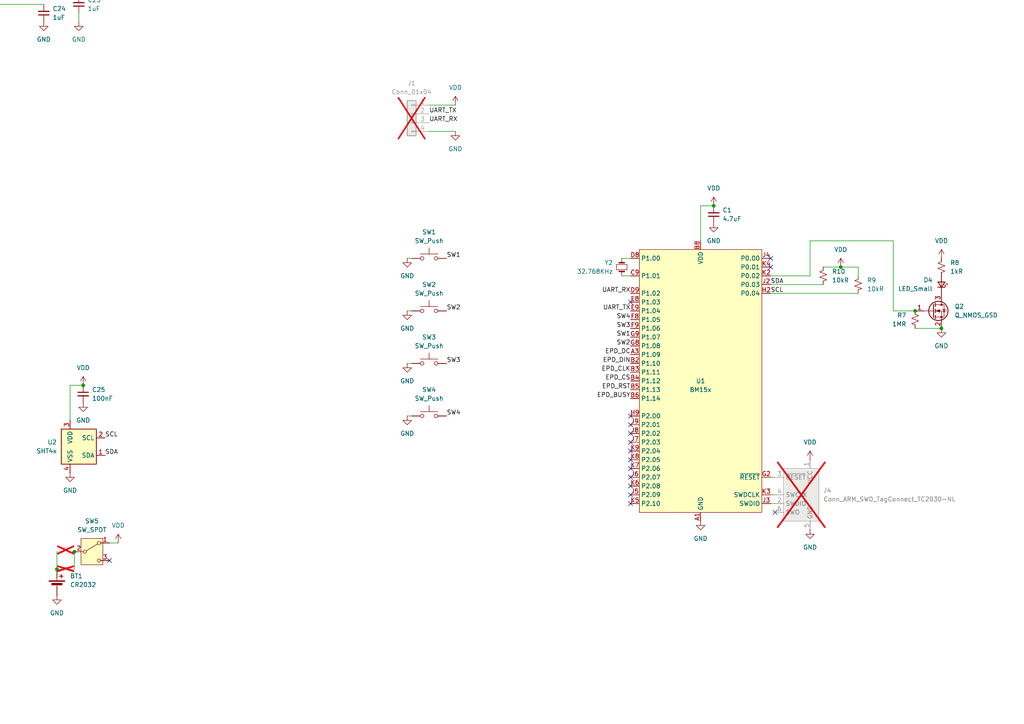
<source format=kicad_sch>
(kicad_sch (version 20241004) (generator "eeschema") (generator_version "8.99")
  (paper "A4")
  (lib_symbols
    (symbol "Connector:Conn_ARM_SWD_TagConnect_TC2030-NL" (in_bom no)
      (property "Reference" "J" (at 2.54 11.43 0))
      (property "Value" "Conn_ARM_SWD_TagConnect_TC2030-NL" (at 2.54 8.89 0))
      (symbol "Conn_ARM_SWD_TagConnect_TC2030-NL_0_0"
        (pin power_in line (at -2.54 10.16 270) (length 2.54) (name "VCC") (number "1"))
        (pin power_in line (at -2.54 -10.16 90) (length 2.54) (name "GND") (number "5"))
        (pin open_collector line (at 7.62 5.08 180) (length 2.54) (name "~{RESET}") (number "3"))
        (pin output line (at 7.62 0 180) (length 2.54) (name "SWCLK") (number "4"))
        (pin bidirectional line (at 7.62 -2.54 180) (length 2.54) (name "SWDIO") (number "2"))
        (pin input line (at 7.62 -5.08 180) (length 2.54) (name "SWO") (number "6"))
      )
      (symbol "Conn_ARM_SWD_TagConnect_TC2030-NL_0_1"
        (rectangle (start -5.08 7.62) (end 5.08 -7.62) (fill (type background)))
      )
    )
    (symbol "Connector_Generic:Conn_01x04" (pin_names (offset 1.016) (hide yes))
      (property "Reference" "J" (at 0 5.08 0))
      (property "Value" "Conn_01x04" (at 0 -7.62 0))
      (symbol "Conn_01x04_1_1"
        (rectangle (start -1.27 3.81) (end 1.27 -6.35) (stroke (width 0.254)) (fill (type background)))
        (rectangle (start -1.27 2.667) (end 0 2.413) (stroke (width 0.1524)))
        (rectangle (start -1.27 0.127) (end 0 -0.127) (stroke (width 0.1524)))
        (rectangle (start -1.27 -2.413) (end 0 -2.667) (stroke (width 0.1524)))
        (rectangle (start -1.27 -4.953) (end 0 -5.207) (stroke (width 0.1524)))
        (pin passive line (at -5.08 2.54 0) (length 3.81) (name "Pin_1") (number "1"))
        (pin passive line (at -5.08 0 0) (length 3.81) (name "Pin_2") (number "2"))
        (pin passive line (at -5.08 -2.54 0) (length 3.81) (name "Pin_3") (number "3"))
        (pin passive line (at -5.08 -5.08 0) (length 3.81) (name "Pin_4") (number "4"))
      )
    )
    (symbol "Connector_Generic_MountingPin:Conn_01x24_MountingPin" (pin_names (offset 1.016) (hide yes))
      (property "Reference" "J" (at 0 30.48 0))
      (property "Value" "Conn_01x24_MountingPin" (at 1.27 -33.02 0))
      (symbol "Conn_01x24_MountingPin_1_1"
        (rectangle (start -1.27 29.21) (end 1.27 -31.75) (stroke (width 0.254)) (fill (type background)))
        (rectangle (start -1.27 28.067) (end 0 27.813) (stroke (width 0.1524)))
        (rectangle (start -1.27 25.527) (end 0 25.273) (stroke (width 0.1524)))
        (rectangle (start -1.27 22.987) (end 0 22.733) (stroke (width 0.1524)))
        (rectangle (start -1.27 20.447) (end 0 20.193) (stroke (width 0.1524)))
        (rectangle (start -1.27 17.907) (end 0 17.653) (stroke (width 0.1524)))
        (rectangle (start -1.27 15.367) (end 0 15.113) (stroke (width 0.1524)))
        (rectangle (start -1.27 12.827) (end 0 12.573) (stroke (width 0.1524)))
        (rectangle (start -1.27 10.287) (end 0 10.033) (stroke (width 0.1524)))
        (rectangle (start -1.27 7.747) (end 0 7.493) (stroke (width 0.1524)))
        (rectangle (start -1.27 5.207) (end 0 4.953) (stroke (width 0.1524)))
        (rectangle (start -1.27 2.667) (end 0 2.413) (stroke (width 0.1524)))
        (rectangle (start -1.27 0.127) (end 0 -0.127) (stroke (width 0.1524)))
        (rectangle (start -1.27 -2.413) (end 0 -2.667) (stroke (width 0.1524)))
        (rectangle (start -1.27 -4.953) (end 0 -5.207) (stroke (width 0.1524)))
        (rectangle (start -1.27 -7.493) (end 0 -7.747) (stroke (width 0.1524)))
        (rectangle (start -1.27 -10.033) (end 0 -10.287) (stroke (width 0.1524)))
        (rectangle (start -1.27 -12.573) (end 0 -12.827) (stroke (width 0.1524)))
        (rectangle (start -1.27 -15.113) (end 0 -15.367) (stroke (width 0.1524)))
        (rectangle (start -1.27 -17.653) (end 0 -17.907) (stroke (width 0.1524)))
        (rectangle (start -1.27 -20.193) (end 0 -20.447) (stroke (width 0.1524)))
        (rectangle (start -1.27 -22.733) (end 0 -22.987) (stroke (width 0.1524)))
        (rectangle (start -1.27 -25.273) (end 0 -25.527) (stroke (width 0.1524)))
        (rectangle (start -1.27 -27.813) (end 0 -28.067) (stroke (width 0.1524)))
        (rectangle (start -1.27 -30.353) (end 0 -30.607) (stroke (width 0.1524)))
        (polyline (pts (xy -1.016 -32.512) (xy 1.016 -32.512)) (stroke (width 0.1524)))
        (text "Mounting" (at 0 -32.131 0) (effects (font (size 0.381 0.381))))
        (pin passive line (at -5.08 27.94 0) (length 3.81) (name "Pin_1") (number "1"))
        (pin passive line (at -5.08 25.4 0) (length 3.81) (name "Pin_2") (number "2"))
        (pin passive line (at -5.08 22.86 0) (length 3.81) (name "Pin_3") (number "3"))
        (pin passive line (at -5.08 20.32 0) (length 3.81) (name "Pin_4") (number "4"))
        (pin passive line (at -5.08 17.78 0) (length 3.81) (name "Pin_5") (number "5"))
        (pin passive line (at -5.08 15.24 0) (length 3.81) (name "Pin_6") (number "6"))
        (pin passive line (at -5.08 12.7 0) (length 3.81) (name "Pin_7") (number "7"))
        (pin passive line (at -5.08 10.16 0) (length 3.81) (name "Pin_8") (number "8"))
        (pin passive line (at -5.08 7.62 0) (length 3.81) (name "Pin_9") (number "9"))
        (pin passive line (at -5.08 5.08 0) (length 3.81) (name "Pin_10") (number "10"))
        (pin passive line (at -5.08 2.54 0) (length 3.81) (name "Pin_11") (number "11"))
        (pin passive line (at -5.08 0 0) (length 3.81) (name "Pin_12") (number "12"))
        (pin passive line (at -5.08 -2.54 0) (length 3.81) (name "Pin_13") (number "13"))
        (pin passive line (at -5.08 -5.08 0) (length 3.81) (name "Pin_14") (number "14"))
        (pin passive line (at -5.08 -7.62 0) (length 3.81) (name "Pin_15") (number "15"))
        (pin passive line (at -5.08 -10.16 0) (length 3.81) (name "Pin_16") (number "16"))
        (pin passive line (at -5.08 -12.7 0) (length 3.81) (name "Pin_17") (number "17"))
        (pin passive line (at -5.08 -15.24 0) (length 3.81) (name "Pin_18") (number "18"))
        (pin passive line (at -5.08 -17.78 0) (length 3.81) (name "Pin_19") (number "19"))
        (pin passive line (at -5.08 -20.32 0) (length 3.81) (name "Pin_20") (number "20"))
        (pin passive line (at -5.08 -22.86 0) (length 3.81) (name "Pin_21") (number "21"))
        (pin passive line (at -5.08 -25.4 0) (length 3.81) (name "Pin_22") (number "22"))
        (pin passive line (at -5.08 -27.94 0) (length 3.81) (name "Pin_23") (number "23"))
        (pin passive line (at -5.08 -30.48 0) (length 3.81) (name "Pin_24") (number "24"))
        (pin passive line (at 0 -35.56 90) (length 3.048) (name "MountPin") (number "MP"))
      )
    )
    (symbol "Device:Battery_Cell" (pin_numbers (hide yes)) (pin_names (offset 0) (hide yes))
      (property "Reference" "BT" (at 2.54 2.54 0))
      (property "Value" "Battery_Cell" (at 2.54 0 0))
      (symbol "Battery_Cell_0_1"
        (rectangle (start -2.286 1.778) (end 2.286 1.524) (fill (type outline)))
        (rectangle (start -1.524 1.016) (end 1.524 0.508) (fill (type outline)))
        (polyline (pts (xy 0 1.778) (xy 0 2.54)))
        (polyline (pts (xy 0 0.762) (xy 0 0)))
        (polyline (pts (xy 0.762 3.048) (xy 1.778 3.048)) (stroke (width 0.254)))
        (polyline (pts (xy 1.27 3.556) (xy 1.27 2.54)) (stroke (width 0.254)))
      )
      (symbol "Battery_Cell_1_1"
        (pin passive line (at 0 5.08 270) (length 2.54) (name "+") (number "1"))
        (pin passive line (at 0 -2.54 90) (length 2.54) (name "-") (number "2"))
      )
    )
    (symbol "Device:C_Small" (pin_numbers (hide yes)) (pin_names (offset 0.254) (hide yes))
      (property "Reference" "C" (at 0.254 1.778 0))
      (property "Value" "C_Small" (at 0.254 -2.032 0))
      (symbol "C_Small_0_1"
        (polyline (pts (xy -1.524 0.508) (xy 1.524 0.508)) (stroke (width 0.3048)))
        (polyline (pts (xy -1.524 -0.508) (xy 1.524 -0.508)) (stroke (width 0.3302)))
      )
      (symbol "C_Small_1_1"
        (pin passive line (at 0 2.54 270) (length 2.032) (name "~") (number "1"))
        (pin passive line (at 0 -2.54 90) (length 2.032) (name "~") (number "2"))
      )
    )
    (symbol "Device:Crystal_Small" (pin_numbers (hide yes)) (pin_names (offset 1.016) (hide yes))
      (property "Reference" "Y" (at 0 2.54 0))
      (property "Value" "Crystal_Small" (at 0 -2.54 0))
      (symbol "Crystal_Small_0_1"
        (polyline (pts (xy -1.27 -0.762) (xy -1.27 0.762)) (stroke (width 0.381)))
        (rectangle (start -0.762 -1.524) (end 0.762 1.524))
        (polyline (pts (xy 1.27 -0.762) (xy 1.27 0.762)) (stroke (width 0.381)))
      )
      (symbol "Crystal_Small_1_1"
        (pin passive line (at -2.54 0 0) (length 1.27) (name "1") (number "1"))
        (pin passive line (at 2.54 0 180) (length 1.27) (name "2") (number "2"))
      )
    )
    (symbol "Device:D_Schottky_Small" (pin_numbers (hide yes)) (pin_names (offset 0.254) (hide yes))
      (property "Reference" "D" (at -1.27 2.032 0))
      (property "Value" "D_Schottky_Small" (at -7.112 -2.032 0))
      (symbol "D_Schottky_Small_0_1"
        (polyline (pts (xy -1.27 0.762) (xy -1.27 1.016) (xy -0.762 1.016) (xy -0.762 -1.016) (xy -0.254 -1.016) (xy -0.254 -0.762)) (stroke (width 0.254)))
        (polyline (pts (xy -0.762 0) (xy 0.762 0)))
        (polyline (pts (xy 0.762 -1.016) (xy -0.762 0) (xy 0.762 1.016) (xy 0.762 -1.016)) (stroke (width 0.254)))
      )
      (symbol "D_Schottky_Small_1_1"
        (pin passive line (at -2.54 0 0) (length 1.778) (name "K") (number "1"))
        (pin passive line (at 2.54 0 180) (length 1.778) (name "A") (number "2"))
      )
    )
    (symbol "Device:LED_Small" (pin_numbers (hide yes)) (pin_names (offset 0.254) (hide yes))
      (property "Reference" "D" (at -1.27 3.175 0))
      (property "Value" "LED_Small" (at -4.445 -2.54 0))
      (symbol "LED_Small_0_1"
        (polyline (pts (xy -0.762 -1.016) (xy -0.762 1.016)) (stroke (width 0.254)))
        (polyline (pts (xy 0 0.762) (xy -0.508 1.27) (xy -0.254 1.27) (xy -0.508 1.27) (xy -0.508 1.016)))
        (polyline (pts (xy 0.508 1.27) (xy 0 1.778) (xy 0.254 1.778) (xy 0 1.778) (xy 0 1.524)))
        (polyline (pts (xy 0.762 -1.016) (xy -0.762 0) (xy 0.762 1.016) (xy 0.762 -1.016)) (stroke (width 0.254)))
        (polyline (pts (xy 1.016 0) (xy -0.762 0)))
      )
      (symbol "LED_Small_1_1"
        (pin passive line (at -2.54 0 0) (length 1.778) (name "K") (number "1"))
        (pin passive line (at 2.54 0 180) (length 1.778) (name "A") (number "2"))
      )
    )
    (symbol "Device:L_Small" (pin_numbers (hide yes)) (pin_names (offset 0.254) (hide yes))
      (property "Reference" "L" (at 0.762 1.016 0))
      (property "Value" "L_Small" (at 0.762 -1.016 0))
      (symbol "L_Small_0_1"
        (arc (start 0 2.032) (mid 0.5058 1.524) (end 0 1.016))
        (arc (start 0 1.016) (mid 0.5058 0.508) (end 0 0))
        (arc (start 0 0) (mid 0.5058 -0.508) (end 0 -1.016))
        (arc (start 0 -1.016) (mid 0.5058 -1.524) (end 0 -2.032))
      )
      (symbol "L_Small_1_1"
        (pin passive line (at 0 2.54 270) (length 0.508) (name "~") (number "1"))
        (pin passive line (at 0 -2.54 90) (length 0.508) (name "~") (number "2"))
      )
    )
    (symbol "Device:Q_NMOS_GSD" (pin_names (offset 0) (hide yes))
      (property "Reference" "Q" (at 5.08 1.27 0))
      (property "Value" "Q_NMOS_GSD" (at 5.08 -1.27 0))
      (symbol "Q_NMOS_GSD_0_1"
        (polyline (pts (xy 0.254 1.905) (xy 0.254 -1.905)) (stroke (width 0.254)))
        (polyline (pts (xy 0.254 0) (xy -2.54 0)))
        (polyline (pts (xy 0.762 2.286) (xy 0.762 1.27)) (stroke (width 0.254)))
        (polyline (pts (xy 0.762 0.508) (xy 0.762 -0.508)) (stroke (width 0.254)))
        (polyline (pts (xy 0.762 -1.27) (xy 0.762 -2.286)) (stroke (width 0.254)))
        (polyline (pts (xy 0.762 -1.778) (xy 3.302 -1.778) (xy 3.302 1.778) (xy 0.762 1.778)))
        (polyline (pts (xy 1.016 0) (xy 2.032 0.381) (xy 2.032 -0.381) (xy 1.016 0)) (fill (type outline)))
        (circle (center 1.651 0) (radius 2.794) (stroke (width 0.254)))
        (polyline (pts (xy 2.54 2.54) (xy 2.54 1.778)))
        (circle (center 2.54 1.778) (radius 0.254) (fill (type outline)))
        (circle (center 2.54 -1.778) (radius 0.254) (fill (type outline)))
        (polyline (pts (xy 2.54 -2.54) (xy 2.54 0) (xy 0.762 0)))
        (polyline (pts (xy 2.794 0.508) (xy 2.921 0.381) (xy 3.683 0.381) (xy 3.81 0.254)))
        (polyline (pts (xy 3.302 0.381) (xy 2.921 -0.254) (xy 3.683 -0.254) (xy 3.302 0.381)))
      )
      (symbol "Q_NMOS_GSD_1_1"
        (pin input line (at -5.08 0 0) (length 2.54) (name "G") (number "1"))
        (pin passive line (at 2.54 5.08 270) (length 2.54) (name "D") (number "3"))
        (pin passive line (at 2.54 -5.08 90) (length 2.54) (name "S") (number "2"))
      )
    )
    (symbol "Device:R_Small_US" (pin_numbers (hide yes)) (pin_names (offset 0.254) (hide yes))
      (property "Reference" "R" (at 0.762 0.508 0))
      (property "Value" "R_Small_US" (at 0.762 -1.016 0))
      (symbol "R_Small_US_1_1"
        (polyline (pts (xy 0 1.524) (xy 1.016 1.143) (xy 0 0.762) (xy -1.016 0.381) (xy 0 0)))
        (polyline (pts (xy 0 0) (xy 1.016 -0.381) (xy 0 -0.762) (xy -1.016 -1.143) (xy 0 -1.524)))
        (pin passive line (at 0 2.54 270) (length 1.016) (name "~") (number "1"))
        (pin passive line (at 0 -2.54 90) (length 1.016) (name "~") (number "2"))
      )
    )
    (symbol "GND_1" (power) (pin_numbers (hide yes)) (pin_names (offset 0) (hide yes))
      (property "Value" "GND" (at 0 -3.81 0))
      (symbol "GND_1_0_1"
        (polyline (pts (xy 0 0) (xy 0 -1.27) (xy 1.27 -1.27) (xy 0 -2.54) (xy -1.27 -1.27) (xy 0 -1.27)))
      )
      (symbol "GND_1_1_1"
        (pin power_in line (at 0 0 270) (length 0) (name "~") (number "1"))
      )
    )
    (symbol "Jumper:Jumper_2_Small_Bridged" (pin_numbers (hide yes)) (pin_names (offset 0) (hide yes)) (exclude_from_sim yes)
      (property "Reference" "JP" (at 0 2.032 0))
      (property "Value" "Jumper_2_Small_Bridged" (at 0 -2.286 0))
      (symbol "Jumper_2_Small_Bridged_0_0"
        (circle (center -1.016 0) (radius 0.254))
        (circle (center 1.016 0) (radius 0.254))
      )
      (symbol "Jumper_2_Small_Bridged_0_1"
        (arc (start -0.762 0.254) (mid 0 0.5696) (end 0.762 0.254))
      )
      (symbol "Jumper_2_Small_Bridged_1_1"
        (pin passive line (at -2.54 0 0) (length 1.27) (name "A") (number "1"))
        (pin passive line (at 2.54 0 180) (length 1.27) (name "B") (number "2"))
      )
    )
    (symbol "Jumper:Jumper_2_Small_Open" (pin_numbers (hide yes)) (pin_names (offset 0) (hide yes)) (exclude_from_sim yes)
      (property "Reference" "JP" (at 0 2.794 0))
      (property "Value" "Jumper_2_Small_Open" (at 0 -2.286 0))
      (symbol "Jumper_2_Small_Open_0_0"
        (circle (center -1.016 0) (radius 0.254))
        (circle (center 1.016 0) (radius 0.254))
      )
      (symbol "Jumper_2_Small_Open_0_1"
        (arc (start -0.762 1.0196) (mid 0 1.2729) (end 0.762 1.0196))
      )
      (symbol "Jumper_2_Small_Open_1_1"
        (pin passive line (at -2.54 0 0) (length 1.27) (name "A") (number "1"))
        (pin passive line (at 2.54 0 180) (length 1.27) (name "B") (number "2"))
      )
    )
    (symbol "Sensor_Humidity:SHT4x"
      (property "Reference" "U" (at 0 8.89 0))
      (property "Value" "SHT4x" (at 0 6.35 0))
      (symbol "SHT4x_1_1"
        (rectangle (start -5.08 5.08) (end 5.08 -5.08) (stroke (width 0.254)) (fill (type background)))
        (pin input line (at -7.62 2.54 0) (length 2.54) (name "SCL") (number "2"))
        (pin bidirectional line (at -7.62 -2.54 0) (length 2.54) (name "SDA") (number "1"))
        (pin power_in line (at 2.54 7.62 270) (length 2.54) (name "VDD") (number "3"))
        (pin power_in line (at 2.54 -7.62 90) (length 2.54) (name "VSS") (number "4"))
      )
    )
    (symbol "Switch:SW_Push" (pin_numbers (hide yes)) (pin_names (offset 1.016) (hide yes))
      (property "Reference" "SW" (at 1.27 2.54 0))
      (property "Value" "SW_Push" (at 0 -1.524 0))
      (symbol "SW_Push_0_1"
        (circle (center -2.032 0) (radius 0.508))
        (polyline (pts (xy 0 1.27) (xy 0 3.048)))
        (circle (center 2.032 0) (radius 0.508))
        (polyline (pts (xy 2.54 1.27) (xy -2.54 1.27)))
        (pin passive line (at -5.08 0 0) (length 2.54) (name "1") (number "1"))
        (pin passive line (at 5.08 0 180) (length 2.54) (name "2") (number "2"))
      )
    )
    (symbol "Switch:SW_SPDT" (pin_names (offset 0) (hide yes))
      (property "Reference" "SW" (at 0 5.08 0))
      (property "Value" "SW_SPDT" (at 0 -5.08 0))
      (symbol "SW_SPDT_0_1"
        (circle (center -2.032 0) (radius 0.4572))
        (polyline (pts (xy -1.651 0.254) (xy 1.651 2.286)))
        (circle (center 2.032 2.54) (radius 0.4572))
        (circle (center 2.032 -2.54) (radius 0.4572))
      )
      (symbol "SW_SPDT_1_1"
        (rectangle (start -3.175 3.81) (end 3.175 -3.81) (fill (type background)))
        (pin passive line (at -5.08 0 0) (length 2.54) (name "B") (number "2"))
        (pin passive line (at 5.08 2.54 180) (length 2.54) (name "A") (number "1"))
        (pin passive line (at 5.08 -2.54 180) (length 2.54) (name "C") (number "3"))
      )
    )
    (symbol "nordic-lib-kicad-nrf54-modules:BM15x"
      (property "Reference" "U" (at 0 0 0))
      (property "Value" "BM15x" (at 0 -2.54 0))
      (symbol "BM15x_0_0"
        (pin bidirectional line (at -20.32 10.16 0) (length 2.54) (name "P1.08") (number "G8"))
        (pin bidirectional line (at -20.32 7.62 0) (length 2.54) (name "P1.09") (number "A3"))
        (pin bidirectional line (at -20.32 5.08 0) (length 2.54) (name "P1.10") (number "B2"))
        (pin bidirectional line (at -20.32 -10.16 0) (length 2.54) (name "P2.00") (number "H9"))
        (pin bidirectional line (at -20.32 -12.7 0) (length 2.54) (name "P2.01") (number "J9"))
        (pin bidirectional line (at -20.32 -15.24 0) (length 2.54) (name "P2.02") (number "J8"))
        (pin bidirectional line (at -20.32 -17.78 0) (length 2.54) (name "P2.03") (number "J7"))
        (pin bidirectional line (at -20.32 -20.32 0) (length 2.54) (name "P2.04") (number "K9"))
        (pin bidirectional line (at -20.32 -22.86 0) (length 2.54) (name "P2.05") (number "K8"))
        (pin bidirectional line (at -20.32 -25.4 0) (length 2.54) (name "P2.06") (number "K7"))
        (pin bidirectional line (at -20.32 -27.94 0) (length 2.54) (name "P2.07") (number "J6"))
        (pin bidirectional line (at -20.32 -30.48 0) (length 2.54) (name "P2.08") (number "K6"))
        (pin bidirectional line (at -20.32 -33.02 0) (length 2.54) (name "P2.09") (number "J5"))
        (pin bidirectional line (at -20.32 -35.56 0) (length 2.54) (name "P2.10") (number "K5"))
        (pin passive line (at 0 40.64 270) (length 2.54) (hide yes) (name "VDD") (number "C8"))
        (pin passive line (at 0 -40.64 90) (length 2.54) (hide yes) (name "GND") (number "A9"))
        (pin passive line (at 0 -40.64 90) (length 2.54) (hide yes) (name "GND") (number "B1"))
        (pin passive line (at 0 -40.64 90) (length 2.54) (hide yes) (name "GND") (number "B7"))
        (pin passive line (at 0 -40.64 90) (length 2.54) (hide yes) (name "GND") (number "B9"))
        (pin passive line (at 0 -40.64 90) (length 2.54) (hide yes) (name "GND") (number "D1"))
        (pin passive line (at 0 -40.64 90) (length 2.54) (hide yes) (name "GND") (number "E1"))
        (pin passive line (at 0 -40.64 90) (length 2.54) (hide yes) (name "GND") (number "F1"))
        (pin passive line (at 0 -40.64 90) (length 2.54) (hide yes) (name "GND") (number "H8"))
        (pin bidirectional line (at 20.32 35.56 180) (length 2.54) (name "P0.00") (number "J4"))
        (pin bidirectional line (at 20.32 33.02 180) (length 2.54) (name "P0.01") (number "K4"))
        (pin bidirectional line (at 20.32 30.48 180) (length 2.54) (name "P0.02") (number "K2"))
        (pin bidirectional line (at 20.32 27.94 180) (length 2.54) (name "P0.03") (number "J2"))
        (pin bidirectional line (at 20.32 25.4 180) (length 2.54) (name "P0.04") (number "H2"))
        (pin input line (at 20.32 -27.94 180) (length 2.54) (name "~{RESET}") (number "G2"))
        (pin input line (at 20.32 -33.02 180) (length 2.54) (name "SWDCLK") (number "K3"))
        (pin bidirectional line (at 20.32 -35.56 180) (length 2.54) (name "SWDIO") (number "J3"))
      )
      (symbol "BM15x_1_0"
        (pin bidirectional line (at -20.32 35.56 0) (length 2.54) (name "P1.00") (number "D8"))
        (pin bidirectional line (at -20.32 30.48 0) (length 2.54) (name "P1.01") (number "C9"))
        (pin bidirectional line (at -20.32 25.4 0) (length 2.54) (name "P1.02") (number "D9"))
        (pin bidirectional line (at -20.32 22.86 0) (length 2.54) (name "P1.03") (number "E8"))
        (pin bidirectional line (at -20.32 20.32 0) (length 2.54) (name "P1.04") (number "E9"))
        (pin bidirectional line (at -20.32 17.78 0) (length 2.54) (name "P1.05") (number "F8"))
        (pin bidirectional line (at -20.32 15.24 0) (length 2.54) (name "P1.06") (number "F9"))
        (pin bidirectional line (at -20.32 12.7 0) (length 2.54) (name "P1.07") (number "G9"))
        (pin bidirectional line (at -20.32 2.54 0) (length 2.54) (name "P1.11") (number "B3"))
        (pin bidirectional line (at -20.32 0 0) (length 2.54) (name "P1.12") (number "B4"))
        (pin bidirectional line (at -20.32 -2.54 0) (length 2.54) (name "P1.13") (number "B5"))
        (pin bidirectional line (at -20.32 -5.08 0) (length 2.54) (name "P1.14") (number "B6"))
        (pin power_in line (at 0 40.64 270) (length 2.54) (name "VDD") (number "B8"))
        (pin power_in line (at 0 -40.64 90) (length 2.54) (name "GND") (number "A1"))
      )
      (symbol "BM15x_1_1"
        (rectangle (start -17.78 38.1) (end 17.78 -38.1) (fill (type background)))
      )
    )
    (symbol "power:GND" (power) (pin_numbers (hide yes)) (pin_names (offset 0) (hide yes))
      (property "Value" "GND" (at 0 -3.81 0))
      (symbol "GND_0_1"
        (polyline (pts (xy 0 0) (xy 0 -1.27) (xy 1.27 -1.27) (xy 0 -2.54) (xy -1.27 -1.27) (xy 0 -1.27)))
      )
      (symbol "GND_1_1"
        (pin power_in line (at 0 0 270) (length 0) (name "~") (number "1"))
      )
    )
    (symbol "power:VDD" (power) (pin_numbers (hide yes)) (pin_names (offset 0) (hide yes))
      (property "Value" "VDD" (at 0 3.556 0))
      (symbol "VDD_0_1"
        (polyline (pts (xy -0.762 1.27) (xy 0 2.54)))
        (polyline (pts (xy 0 2.54) (xy 0.762 1.27)))
        (polyline (pts (xy 0 0) (xy 0 2.54)))
      )
      (symbol "VDD_1_1"
        (pin power_in line (at 0 0 90) (length 0) (name "~") (number "1"))
      )
    )
  )
  (text "Note: VCI (2.2-3.7V)" (at 186.69 -31.75 0) (effects (font (size 1.27 1.27))))
  (junction (at 67.31 -29.21))
  (junction (at 40.64 -29.21))
  (junction (at 132.08 -41.91))
  (junction (at 273.05 95.25))
  (junction (at 13.97 -29.21))
  (junction (at -10.16 -26.67))
  (junction (at 58.42 -29.21))
  (junction (at 16.51 165.1))
  (junction (at 24.13 111.76))
  (junction (at 265.43 90.17))
  (junction (at 243.84 77.47))
  (junction (at 22.86 -29.21))
  (junction (at -1.27 -24.13))
  (junction (at 49.53 -29.21))
  (junction (at 160.02 -31.75))
  (junction (at 207.01 59.69))
  (junction (at 21.59 160.02))
  (junction (at 31.75 -29.21))
  (junction (at 160.02 -41.91))
  (junction (at 83.82 -41.91))
  (no_connect (at 182.88 138.43))
  (no_connect (at 223.52 74.93))
  (no_connect (at 182.88 143.51))
  (no_connect (at 182.88 133.35))
  (no_connect (at 182.88 128.27))
  (no_connect (at 224.79 148.59))
  (no_connect (at 182.88 123.19))
  (no_connect (at 182.88 130.81))
  (no_connect (at 182.88 87.63))
  (no_connect (at 182.88 125.73))
  (no_connect (at 182.88 146.05))
  (no_connect (at 182.88 120.65))
  (no_connect (at 31.75 162.56))
  (no_connect (at 182.88 135.89))
  (no_connect (at 182.88 140.97))
  (no_connect (at 223.52 77.47))
  (wire (pts (xy -19.05 -29.21) (xy -10.16 -29.21)))
  (wire (pts (xy -19.05 -46.99) (xy 58.42 -46.99)))
  (wire (pts (xy 180.34 74.93) (xy 182.88 74.93)))
  (wire (pts (xy 248.92 77.47) (xy 248.92 80.01)))
  (wire (pts (xy 22.86 6.35) (xy 22.86 3.81)))
  (wire (pts (xy 40.64 -36.83) (xy 40.64 -29.21)))
  (wire (pts (xy 3.81 -31.75) (xy 3.81 -29.21)))
  (wire (pts (xy -19.05 1.27) (xy 12.7 1.27)))
  (wire (pts (xy 223.52 82.55) (xy 238.76 82.55)))
  (wire (pts (xy 224.79 146.05) (xy 223.52 146.05)))
  (wire (pts (xy -19.05 -41.91) (xy 40.64 -41.91)))
  (wire (pts (xy -6.35 -8.89) (xy -19.05 -8.89)))
  (wire (pts (xy 31.75 -29.21) (xy 40.64 -29.21)))
  (wire (pts (xy 58.42 -29.21) (xy 67.31 -29.21)))
  (wire (pts (xy 67.31 -29.21) (xy 67.31 -44.45)))
  (wire (pts (xy 224.79 143.51) (xy 223.52 143.51)))
  (wire (pts (xy -19.05 -34.29) (xy 13.97 -34.29)))
  (wire (pts (xy -10.16 -29.21) (xy -10.16 -26.67)))
  (wire (pts (xy -19.05 -36.83) (xy 22.86 -36.83)))
  (wire (pts (xy 118.11 120.65) (xy 119.38 120.65)))
  (wire (pts (xy 243.84 77.47) (xy 238.76 77.47)))
  (wire (pts (xy 58.42 -41.91) (xy 58.42 -29.21)))
  (wire (pts (xy 83.82 -41.91) (xy 105.41 -41.91)))
  (wire (pts (xy 160.02 -31.75) (xy 172.72 -31.75)))
  (wire (pts (xy 83.82 -39.37) (xy 83.82 -41.91)))
  (wire (pts (xy 160.02 -31.75) (xy 160.02 -34.29)))
  (wire (pts (xy 20.32 111.76) (xy 24.13 111.76)))
  (wire (pts (xy 16.51 160.02) (xy 16.51 165.1)))
  (wire (pts (xy 234.95 80.01) (xy 223.52 80.01)))
  (wire (pts (xy 234.95 69.85) (xy 234.95 80.01)))
  (wire (pts (xy 31.75 -34.29) (xy 31.75 -29.21)))
  (wire (pts (xy -19.05 -44.45) (xy 49.53 -44.45)))
  (wire (pts (xy 20.32 111.76) (xy 20.32 121.92)))
  (wire (pts (xy 180.34 80.01) (xy 182.88 80.01)))
  (wire (pts (xy 22.86 -29.21) (xy 31.75 -29.21)))
  (wire (pts (xy 273.05 95.25) (xy 265.43 95.25)))
  (wire (pts (xy 83.82 -41.91) (xy 83.82 -44.45)))
  (wire (pts (xy 124.46 38.1) (xy 132.08 38.1)))
  (wire (pts (xy 49.53 -29.21) (xy 58.42 -29.21)))
  (wire (pts (xy -19.05 -26.67) (xy -10.16 -26.67)))
  (wire (pts (xy -19.05 -31.75) (xy 3.81 -31.75)))
  (wire (pts (xy 21.59 160.02) (xy 21.59 165.1)))
  (wire (pts (xy 34.29 157.48) (xy 31.75 157.48)))
  (wire (pts (xy -19.05 -39.37) (xy 31.75 -39.37)))
  (wire (pts (xy -1.27 -24.13) (xy -10.16 -24.13)))
  (wire (pts (xy 22.86 -31.75) (xy 22.86 -29.21)))
  (wire (pts (xy 160.02 -41.91) (xy 160.02 -39.37)))
  (wire (pts (xy 243.84 77.47) (xy 248.92 77.47)))
  (wire (pts (xy 203.2 59.69) (xy 203.2 69.85)))
  (wire (pts (xy 124.46 30.48) (xy 132.08 30.48)))
  (wire (pts (xy 224.79 138.43) (xy 223.52 138.43)))
  (wire (pts (xy 160.02 -29.21) (xy 160.02 -31.75)))
  (wire (pts (xy 160.02 -44.45) (xy 160.02 -41.91)))
  (wire (pts (xy 234.95 69.85) (xy 259.08 69.85)))
  (wire (pts (xy 110.49 -41.91) (xy 132.08 -41.91)))
  (wire (pts (xy -19.05 -1.27) (xy 22.86 -1.27)))
  (wire (pts (xy 265.43 90.17) (xy 259.08 90.17)))
  (wire (pts (xy 207.01 59.69) (xy 203.2 59.69)))
  (wire (pts (xy 223.52 85.09) (xy 248.92 85.09)))
  (wire (pts (xy -19.05 -49.53) (xy 67.31 -49.53)))
  (wire (pts (xy 118.11 90.17) (xy 119.38 90.17)))
  (wire (pts (xy 3.81 -29.21) (xy 13.97 -29.21)))
  (wire (pts (xy 259.08 90.17) (xy 259.08 69.85)))
  (wire (pts (xy 132.08 -41.91) (xy 132.08 -36.83)))
  (wire (pts (xy 116.84 -31.75) (xy 124.46 -31.75)))
  (wire (pts (xy 118.11 74.93) (xy 119.38 74.93)))
  (wire (pts (xy 13.97 -29.21) (xy 22.86 -29.21)))
  (wire (pts (xy 40.64 -29.21) (xy 49.53 -29.21)))
  (wire (pts (xy 132.08 -41.91) (xy 160.02 -41.91)))
  (wire (pts (xy 118.11 105.41) (xy 119.38 105.41)))
  (wire (pts (xy -10.16 -24.13) (xy -10.16 -26.67)))
  (wire (pts (xy 49.53 -39.37) (xy 49.53 -29.21)))
  (label "VPP" (at -19.05 -36.83 0))
  (label "EPD_DIN" (at 182.88 105.41 180))
  (label "GDR" (at 116.84 -31.75 180))
  (label "UART_RX" (at 182.88 85.09 180))
  (label "EPD_BUSY" (at 182.88 115.57 180))
  (label "SW4" (at 182.88 92.71 180))
  (label "VCI" (at -19.05 -29.21 0))
  (label "TSDA" (at -19.05 -6.35 0))
  (label "SW4" (at 129.54 120.65 0))
  (label "UART_RX" (at 124.46 35.56 0))
  (label "RESE" (at 132.08 -26.67 0))
  (label "UART_TX" (at 124.46 33.02 0))
  (label "SW2" (at 129.54 90.17 0))
  (label "SCL" (at 223.52 85.09 0))
  (label "SDA" (at 30.48 132.08 0))
  (label "TSCL" (at -19.05 -3.81 0))
  (label "VCOM" (at -19.05 -49.53 0))
  (label "UART_TX" (at 182.88 90.17 180))
  (label "EPD_CLK" (at -19.05 -21.59 0))
  (label "EPD_DIN" (at -19.05 -24.13 0))
  (label "EPD_BUSY" (at -19.05 -11.43 0))
  (label "RESE" (at -19.05 3.81 0))
  (label "SDA" (at 223.52 82.55 0))
  (label "PREVGH" (at -19.05 -41.91 0))
  (label "EPD_RST" (at -19.05 -13.97 0))
  (label "SW2" (at 182.88 100.33 180))
  (label "PREVGL" (at 83.82 -49.53 180))
  (label "HTL_CTL" (at -19.05 8.89 0))
  (label "BS" (at -19.05 -8.89 0))
  (label "SW3" (at 129.54 105.41 0))
  (label "EPD_DC" (at -19.05 -16.51 0))
  (label "SW1" (at 182.88 97.79 180))
  (label "PREVGL" (at -19.05 -46.99 0))
  (label "SCL" (at 30.48 127 0))
  (label "VGH" (at -19.05 -1.27 0))
  (label "VDDIO" (at -19.05 -26.67 0))
  (label "SW3" (at 182.88 95.25 180))
  (label "VGL" (at -19.05 1.27 0))
  (label "EPD_DC" (at 182.88 102.87 180))
  (label "EPD_RST" (at 182.88 113.03 180))
  (label "EPD_CS" (at 182.88 110.49 180))
  (label "GDR" (at -19.05 6.35 0))
  (label "SW1" (at 129.54 74.93 0))
  (label "EPD_CS" (at -19.05 -19.05 0))
  (label "VSL" (at -19.05 -44.45 0))
  (label "VSS" (at -19.05 -31.75 0))
  (label "VSH" (at -19.05 -39.37 0))
  (label "PREVGH" (at 160.02 -49.53 180))
  (label "EPD_CLK" (at 182.88 107.95 180))
  (symbol (lib_id "Device:D_Schottky_Small") (at 160.02 -46.99 270) (unit 1)
    (property "Reference" "D2" (at 162.56 -48.5141 90) (effects (justify left)))
    (property "Value" "PMEG3010ER,115" (at 162.56 -45.9741 90) (effects (justify left)))
    (property "Footprint" "Diode_SMD:D_SOD-123" (effects (hide yes)))
    (property "Description" "Schottky diode, small symbol" (effects (hide yes)))
    (property "LCSC" "C456106" (effects (hide yes)))
  )
  (symbol (lib_id "Device:C_Small") (at 67.31 -46.99 180) (unit 1)
    (property "Reference" "C13" (at 69.85 -48.2665 0) (effects (justify right)))
    (property "Value" "1uF" (at 69.85 -45.7265 0) (effects (justify right)))
    (property "Footprint" "Capacitor_SMD:C_0402_1005Metric" (effects (hide yes)))
    (property "Description" "Unpolarized capacitor, small symbol" (effects (hide yes)))
    (property "LCSC" "C52923" (effects (hide yes)))
  )
  (symbol (lib_id "Device:D_Schottky_Small") (at 83.82 -46.99 90) (unit 1)
    (property "Reference" "D1" (at 86.36 -48.0061 90) (effects (justify right)))
    (property "Value" "PMEG3010ER,115" (at 86.36 -45.4661 90) (effects (justify right)))
    (property "Footprint" "Diode_SMD:D_SOD-123" (effects (hide yes)))
    (property "Description" "Schottky diode, small symbol" (effects (hide yes)))
    (property "LCSC" "C456106" (effects (hide yes)))
  )
  (symbol (lib_id "power:VDD") (at 132.08 30.48 0) (unit 1)
    (property "Reference" "#PWR034" (effects (hide yes)))
    (property "Value" "VDD" (at 132.08 25.4 0))
    (property "Description" "Power symbol creates a global label with name \"VDD\"" (effects (hide yes)))
  )
  (symbol (lib_id "Jumper:Jumper_2_Small_Open") (at 19.05 160.02 0) (unit 1) (exclude_from_sim yes) (in_bom no) (dnp yes)
    (property "Reference" "JP2" (effects (hide yes)))
    (property "Value" "Jumper_2_Small_Open" (effects (hide yes)))
    (property "Footprint" "Connector_PinHeader_2.54mm:PinHeader_1x02_P2.54mm_Vertical" (effects (hide yes)))
    (property "Description" "Jumper, 2-pole, small symbol, open" (effects (hide yes)))
  )
  (symbol (lib_id "Device:C_Small") (at 31.75 -36.83 180) (unit 1)
    (property "Reference" "C18" (at 34.29 -38.1065 0) (effects (justify right)))
    (property "Value" "1uF" (at 34.29 -35.5665 0) (effects (justify right)))
    (property "Footprint" "Capacitor_SMD:C_0402_1005Metric" (effects (hide yes)))
    (property "Description" "Unpolarized capacitor, small symbol" (effects (hide yes)))
    (property "LCSC" "C52923" (effects (hide yes)))
  )
  (symbol (lib_id "power:GND") (at 116.84 -26.67 0) (unit 1)
    (property "Reference" "#PWR019" (effects (hide yes)))
    (property "Value" "GND" (at 116.84 -21.59 0))
    (property "Description" "Power symbol creates a global label with name \"GND\" , ground" (effects (hide yes)))
  )
  (symbol (lib_id "power:VDD") (at -1.27 -24.13 0) (mirror y) (unit 1)
    (property "Reference" "#PWR020" (effects (hide yes)))
    (property "Value" "VDD" (at -1.27 -29.21 0))
    (property "Description" "Power symbol creates a global label with name \"VDD\"" (effects (hide yes)))
  )
  (symbol (lib_id "nordic-lib-kicad-nrf54-modules:BM15x") (at 203.2 110.49 0) (unit 1)
    (property "Reference" "U1" (at 203.2 110.49 0))
    (property "Value" "BM15x" (at 203.2 113.03 0))
    (property "Footprint" "nordic-lib-kicad-nrf54-modules:BM15x-LGA-45_15.8x10mm" (effects (hide yes)))
    (property "Datasheet" "https://static1.squarespace.com/static/561459a2e4b0b39f5cefa12e/t/66c3d7591cc204465c3f6e4f/1724110684125/BM15C+Product+Specifications.pdf" (effects (hide yes)))
    (property "LCSC" "C9900148376" (effects (hide yes)))
  )
  (symbol (lib_id "Device:L_Small") (at 160.02 -36.83 0) (unit 1)
    (property "Reference" "L4" (at 161.29 -38.1001 0) (effects (justify left)))
    (property "Value" "10uH" (at 161.29 -35.5601 0) (effects (justify left)))
    (property "Footprint" "Inductor_SMD:L_0805_2012Metric" (effects (hide yes)))
    (property "Description" "Inductor, small symbol" (effects (hide yes)))
    (property "LCSC" "C2909263" (effects (hide yes)))
  )
  (symbol (lib_id "power:VDD") (at 34.29 157.48 0) (unit 1)
    (property "Reference" "#PWR033" (effects (hide yes)))
    (property "Value" "VDD" (at 34.29 152.4 0))
    (property "Description" "Power symbol creates a global label with name \"VDD\"" (effects (hide yes)))
  )
  (symbol (lib_id "Device:Battery_Cell") (at 16.51 170.18 0) (unit 1)
    (property "Reference" "BT1" (at 20.32 167.0684 0) (effects (justify left)))
    (property "Value" "CR2032" (at 20.32 169.6084 0) (effects (justify left)))
    (property "Footprint" "Battery:BatteryHolder_Multicomp_BC-2001_1x2032" (effects (hide yes)))
    (property "Description" "Single-cell battery" (effects (hide yes)))
  )
  (symbol (lib_id "Device:C_Small") (at -1.27 -21.59 180) (unit 1)
    (property "Reference" "C22" (at 1.27 -22.8665 0) (effects (justify right)))
    (property "Value" "100nF" (at 1.27 -20.3265 0) (effects (justify right)))
    (property "Footprint" "Capacitor_SMD:C_0402_1005Metric" (effects (hide yes)))
    (property "Description" "Unpolarized capacitor, small symbol" (effects (hide yes)))
    (property "LCSC" "C307331" (effects (hide yes)))
  )
  (symbol (lib_id "Device:C_Small") (at 22.86 1.27 180) (unit 1)
    (property "Reference" "C23" (at 25.4 -0.0065 0) (effects (justify right)))
    (property "Value" "1uF" (at 25.4 2.5335 0) (effects (justify right)))
    (property "Footprint" "Capacitor_SMD:C_0402_1005Metric" (effects (hide yes)))
    (property "Description" "Unpolarized capacitor, small symbol" (effects (hide yes)))
    (property "LCSC" "C52923" (effects (hide yes)))
  )
  (symbol (lib_id "Device:C_Small") (at 22.86 -34.29 180) (unit 1)
    (property "Reference" "C19" (at 25.4 -35.5665 0) (effects (justify right)))
    (property "Value" "1uF" (at 25.4 -33.0265 0) (effects (justify right)))
    (property "Footprint" "Capacitor_SMD:C_0402_1005Metric" (effects (hide yes)))
    (property "Description" "Unpolarized capacitor, small symbol" (effects (hide yes)))
    (property "LCSC" "C52923" (effects (hide yes)))
  )
  (symbol (lib_id "power:GND") (at -24.13 13.97 0) (unit 1)
    (property "Reference" "#PWR036" (effects (hide yes)))
    (property "Value" "GND" (at -24.13 19.05 0))
    (property "Description" "Power symbol creates a global label with name \"GND\" , ground" (effects (hide yes)))
  )
  (symbol (lib_id "Jumper:Jumper_2_Small_Bridged") (at 19.05 165.1 0) (unit 1) (exclude_from_sim yes) (in_bom no) (dnp yes)
    (property "Reference" "JP1" (effects (hide yes)))
    (property "Value" "Jumper_2_Small_Bridged" (effects (hide yes)))
    (property "Footprint" "Jumper:SolderJumper-2_P1.3mm_Bridged_RoundedPad1.0x1.5mm" (effects (hide yes)))
    (property "Description" "Jumper, 2-pole, small symbol, bridged" (effects (hide yes)))
  )
  (symbol (lib_id "Sensor_Humidity:SHT4x") (at 22.86 129.54 0) (mirror y) (unit 1)
    (property "Reference" "U2" (at 16.51 128.2699 0) (effects (justify left)))
    (property "Value" "SHT4x" (at 16.51 130.8099 0) (effects (justify left)))
    (property "Footprint" "Sensor_Humidity:Sensirion_DFN-4_1.5x1.5mm_P0.8mm_SHT4x_NoCentralPad" (effects (hide yes)))
    (property "Datasheet" "https://sensirion.com/media/documents/33FD6951/624C4357/Datasheet_SHT4x.pdf" (effects (hide yes)))
    (property "Description" "Digital Humidity and Temperature Sensor, +/-1%RH, +/-0.1degC, I2C, 1.08-3.6V, 16bit, DFN-4" (effects (hide yes)))
  )
  (symbol (lib_id "power:VDD") (at 24.13 111.76 0) (unit 1)
    (property "Reference" "#PWR028" (effects (hide yes)))
    (property "Value" "VDD" (at 24.13 106.68 0))
    (property "Description" "Power symbol creates a global label with name \"VDD\"" (effects (hide yes)))
  )
  (symbol (lib_id "power:GND") (at 22.86 6.35 0) (unit 1)
    (property "Reference" "#PWR027" (effects (hide yes)))
    (property "Value" "GND" (at 22.86 11.43 0))
    (property "Description" "Power symbol creates a global label with name \"GND\" , ground" (effects (hide yes)))
  )
  (symbol (lib_id "Connector:Conn_ARM_SWD_TagConnect_TC2030-NL") (at 232.41 143.51 0) (mirror y) (unit 1) (in_bom no) (dnp yes)
    (property "Reference" "J4" (at 238.76 142.2399 0) (effects (justify right)))
    (property "Value" "Conn_ARM_SWD_TagConnect_TC2030-NL" (at 238.76 144.7799 0) (effects (justify right)))
    (property "Footprint" "Connector:Tag-Connect_TC2030-IDC-NL_2x03_P1.27mm_Vertical" (effects (hide yes)))
    (property "Datasheet" "https://www.tag-connect.com/wp-content/uploads/bsk-pdf-manager/TC2030-CTX_1.pdf" (effects (hide yes)))
    (property "Description" "Tag-Connect ARM Cortex SWD JTAG connector, 6 pin, no legs" (effects (hide yes)))
  )
  (symbol (lib_id "Device:C_Small") (at 58.42 -44.45 180) (unit 1)
    (property "Reference" "C14" (at 60.96 -45.7265 0) (effects (justify right)))
    (property "Value" "1uF" (at 60.96 -43.1865 0) (effects (justify right)))
    (property "Footprint" "Capacitor_SMD:C_0402_1005Metric" (effects (hide yes)))
    (property "Description" "Unpolarized capacitor, small symbol" (effects (hide yes)))
    (property "LCSC" "C52923" (effects (hide yes)))
  )
  (symbol (lib_name "GND_1") (lib_id "power:GND") (at 207.01 64.77 0) (unit 1)
    (property "Reference" "#PWR01" (effects (hide yes)))
    (property "Value" "GND" (at 207.01 69.85 0))
    (property "Description" "Power symbol creates a global label with name \"GND\" , ground" (effects (hide yes)))
  )
  (symbol (lib_id "Device:C_Small") (at 24.13 114.3 0) (mirror y) (unit 1)
    (property "Reference" "C25" (at 26.67 113.0362 0) (effects (justify right)))
    (property "Value" "100nF" (at 26.67 115.5762 0) (effects (justify right)))
    (property "Footprint" "Capacitor_SMD:C_0402_1005Metric" (effects (hide yes)))
    (property "Description" "Unpolarized capacitor, small symbol" (effects (hide yes)))
  )
  (symbol (lib_id "Device:R_Small_US") (at 132.08 -24.13 0) (mirror y) (unit 1)
    (property "Reference" "R3" (at 134.62 -25.4001 0) (effects (justify right)))
    (property "Value" "3R" (at 134.62 -22.8601 0) (effects (justify right)))
    (property "Footprint" "Resistor_SMD:R_0603_1608Metric" (effects (hide yes)))
    (property "Description" "Resistor, small US symbol" (effects (hide yes)))
    (property "LCSC" "C23157" (effects (hide yes)))
  )
  (symbol (lib_id "Connector_Generic:Conn_01x04") (at 119.38 33.02 0) (mirror y) (unit 1) (exclude_from_sim yes) (in_bom no) (dnp yes)
    (property "Reference" "J1" (at 119.38 24.13 0))
    (property "Value" "Conn_01x04" (at 119.38 26.67 0))
    (property "Footprint" "Connector_PinHeader_2.54mm:PinHeader_1x04_P2.54mm_Vertical" (effects (hide yes)))
    (property "Description" "Generic connector, single row, 01x04, script generated (kicad-library-utils/schlib/autogen/connector/)" (effects (hide yes)))
  )
  (symbol (lib_name "GND_1") (lib_id "power:GND") (at 132.08 38.1 0) (unit 1)
    (property "Reference" "#PWR035" (effects (hide yes)))
    (property "Value" "GND" (at 132.08 43.18 0))
    (property "Description" "Power symbol creates a global label with name \"GND\" , ground" (effects (hide yes)))
  )
  (symbol (lib_name "GND_1") (lib_id "power:GND") (at 20.32 137.16 0) (unit 1)
    (property "Reference" "#PWR030" (effects (hide yes)))
    (property "Value" "GND" (at 20.32 142.24 0))
    (property "Description" "Power symbol creates a global label with name \"GND\" , ground" (effects (hide yes)))
  )
  (symbol (lib_name "GND_1") (lib_id "power:GND") (at 118.11 74.93 0) (unit 1)
    (property "Reference" "#PWR06" (effects (hide yes)))
    (property "Value" "GND" (at 118.11 80.01 0))
    (property "Description" "Power symbol creates a global label with name \"GND\" , ground" (effects (hide yes)))
  )
  (symbol (lib_id "Device:C_Small") (at 107.95 -41.91 270) (unit 1)
    (property "Reference" "C2" (at 107.9436 -46.99 90))
    (property "Value" "4.7uF" (at 107.9436 -44.45 90))
    (property "Footprint" "Capacitor_SMD:C_0805_2012Metric" (effects (hide yes)))
    (property "Description" "Unpolarized capacitor, small symbol" (effects (hide yes)))
    (property "LCSC" "C1779" (effects (hide yes)))
  )
  (symbol (lib_name "GND_1") (lib_id "power:GND") (at 24.13 116.84 0) (unit 1)
    (property "Reference" "#PWR029" (effects (hide yes)))
    (property "Value" "GND" (at 24.13 121.92 0))
    (property "Description" "Power symbol creates a global label with name \"GND\" , ground" (effects (hide yes)))
  )
  (symbol (lib_id "Device:C_Small") (at 49.53 -41.91 180) (unit 1)
    (property "Reference" "C15" (at 52.07 -43.1865 0) (effects (justify right)))
    (property "Value" "1uF" (at 52.07 -40.6465 0) (effects (justify right)))
    (property "Footprint" "Capacitor_SMD:C_0402_1005Metric" (effects (hide yes)))
    (property "Description" "Unpolarized capacitor, small symbol" (effects (hide yes)))
    (property "LCSC" "C52923" (effects (hide yes)))
  )
  (symbol (lib_name "GND_1") (lib_id "power:GND") (at 203.2 151.13 0) (unit 1)
    (property "Reference" "#PWR08" (effects (hide yes)))
    (property "Value" "GND" (at 203.2 156.21 0))
    (property "Description" "Power symbol creates a global label with name \"GND\" , ground" (effects (hide yes)))
  )
  (symbol (lib_id "power:GND") (at 132.08 -21.59 0) (unit 1)
    (property "Reference" "#PWR024" (effects (hide yes)))
    (property "Value" "GND" (at 132.08 -16.51 0))
    (property "Description" "Power symbol creates a global label with name \"GND\" , ground" (effects (hide yes)))
  )
  (symbol (lib_name "GND_1") (lib_id "power:GND") (at 118.11 120.65 0) (unit 1)
    (property "Reference" "#PWR03" (effects (hide yes)))
    (property "Value" "GND" (at 118.11 125.73 0))
    (property "Description" "Power symbol creates a global label with name \"GND\" , ground" (effects (hide yes)))
  )
  (symbol (lib_id "Device:C_Small") (at 12.7 3.81 180) (unit 1)
    (property "Reference" "C24" (at 15.24 2.5335 0) (effects (justify right)))
    (property "Value" "1uF" (at 15.24 5.0735 0) (effects (justify right)))
    (property "Footprint" "Capacitor_SMD:C_0402_1005Metric" (effects (hide yes)))
    (property "Description" "Unpolarized capacitor, small symbol" (effects (hide yes)))
    (property "LCSC" "C52923" (effects (hide yes)))
  )
  (symbol (lib_id "Device:R_Small_US") (at 248.92 82.55 0) (mirror y) (unit 1)
    (property "Reference" "R9" (at 251.46 81.2799 0) (effects (justify right)))
    (property "Value" "10kR" (at 251.46 83.8199 0) (effects (justify right)))
    (property "Footprint" "Resistor_SMD:R_0402_1005Metric" (effects (hide yes)))
    (property "Description" "Resistor, small US symbol" (effects (hide yes)))
  )
  (symbol (lib_id "Device:D_Schottky_Small") (at 83.82 -36.83 90) (unit 1)
    (property "Reference" "D3" (at 86.36 -37.8461 90) (effects (justify right)))
    (property "Value" "PMEG3010ER,115" (at 86.36 -35.3061 90) (effects (justify right)))
    (property "Footprint" "Diode_SMD:D_SOD-123" (effects (hide yes)))
    (property "Description" "Schottky diode, small symbol" (effects (hide yes)))
    (property "LCSC" "C456106" (effects (hide yes)))
  )
  (symbol (lib_name "GND_1") (lib_id "power:GND") (at 273.05 95.25 0) (mirror y) (unit 1)
    (property "Reference" "#PWR037" (effects (hide yes)))
    (property "Value" "GND" (at 273.05 100.33 0))
    (property "Description" "Power symbol creates a global label with name \"GND\" , ground" (effects (hide yes)))
  )
  (symbol (lib_id "Device:LED_Small") (at 273.05 82.55 270) (mirror x) (unit 1)
    (property "Reference" "D4" (at 270.51 81.2164 90) (effects (justify right)))
    (property "Value" "LED_Small" (at 270.51 83.7564 90) (effects (justify right)))
    (property "Footprint" "LED_SMD:LED_1206_3216Metric_ReverseMount_Hole1.8x2.4mm" (effects (hide yes)))
    (property "Description" "Light emitting diode, small symbol" (effects (hide yes)))
  )
  (symbol (lib_id "power:VDD") (at 243.84 77.47 0) (unit 1)
    (property "Reference" "#PWR039" (effects (hide yes)))
    (property "Value" "VDD" (at 243.84 72.39 0))
    (property "Description" "Power symbol creates a global label with name \"VDD\"" (effects (hide yes)))
  )
  (symbol (lib_id "Device:C_Small") (at 40.64 -39.37 180) (unit 1)
    (property "Reference" "C17" (at 43.18 -40.6465 0) (effects (justify right)))
    (property "Value" "1uF" (at 43.18 -38.1065 0) (effects (justify right)))
    (property "Footprint" "Capacitor_SMD:C_0402_1005Metric" (effects (hide yes)))
    (property "Description" "Unpolarized capacitor, small symbol" (effects (hide yes)))
    (property "LCSC" "C52923" (effects (hide yes)))
  )
  (symbol (lib_id "power:VDD") (at 273.05 74.93 0) (mirror y) (unit 1)
    (property "Reference" "#PWR011" (effects (hide yes)))
    (property "Value" "VDD" (at 273.05 69.85 0))
    (property "Description" "Power symbol creates a global label with name \"VDD\"" (effects (hide yes)))
  )
  (symbol (lib_id "Device:R_Small_US") (at 238.76 80.01 0) (mirror y) (unit 1)
    (property "Reference" "R10" (at 241.3 78.7399 0) (effects (justify right)))
    (property "Value" "10kR" (at 241.3 81.2799 0) (effects (justify right)))
    (property "Footprint" "Resistor_SMD:R_0402_1005Metric" (effects (hide yes)))
    (property "Description" "Resistor, small US symbol" (effects (hide yes)))
  )
  (symbol (lib_id "power:GND") (at 67.31 -29.21 0) (unit 1)
    (property "Reference" "#PWR018" (effects (hide yes)))
    (property "Value" "GND" (at 67.31 -24.13 0))
    (property "Description" "Power symbol creates a global label with name \"GND\" , ground" (effects (hide yes)))
  )
  (symbol (lib_id "Connector_Generic_MountingPin:Conn_01x24_MountingPin") (at -24.13 -21.59 0) (mirror y) (unit 1)
    (property "Reference" "J2" (at -24.13 -55.88 0))
    (property "Value" "Conn_01x24_MountingPin" (at -24.13 -53.34 0))
    (property "Footprint" "Connector_FFC-FPC:Jushuo_AFC07-S24FCA-00_1x24-1MP_P0.50_Horizontal" (effects (hide yes)))
    (property "Description" "Generic connectable mounting pin connector, single row, 01x24, script generated (kicad-library-utils/schlib/autogen/connector/)" (effects (hide yes)))
    (property "LCSC" "C11092" (effects (hide yes)))
  )
  (symbol (lib_id "power:GND") (at -6.35 -8.89 0) (unit 1)
    (property "Reference" "#PWR025" (effects (hide yes)))
    (property "Value" "GND" (at -6.35 -3.81 0))
    (property "Description" "Power symbol creates a global label with name \"GND\" , ground" (effects (hide yes)))
  )
  (symbol (lib_id "Switch:SW_Push") (at 124.46 74.93 0) (unit 1)
    (property "Reference" "SW1" (at 124.46 67.31 0))
    (property "Value" "SW_Push" (at 124.46 69.85 0))
    (property "Footprint" "Button_Switch_SMD:SW_Push_1P1T_NO_Vertical_Wuerth_434133025816" (effects (hide yes)))
    (property "Description" "Push button switch, generic, two pins" (effects (hide yes)))
  )
  (symbol (lib_id "power:GND") (at 160.02 -24.13 0) (unit 1)
    (property "Reference" "#PWR021" (effects (hide yes)))
    (property "Value" "GND" (at 160.02 -19.05 0))
    (property "Description" "Power symbol creates a global label with name \"GND\" , ground" (effects (hide yes)))
  )
  (symbol (lib_id "power:GND") (at 83.82 -34.29 0) (unit 1)
    (property "Reference" "#PWR016" (effects (hide yes)))
    (property "Value" "GND" (at 83.82 -29.21 0))
    (property "Description" "Power symbol creates a global label with name \"GND\" , ground" (effects (hide yes)))
  )
  (symbol (lib_id "Device:Crystal_Small") (at 180.34 77.47 90) (unit 1)
    (property "Reference" "Y2" (at 177.8 76.1999 90) (effects (justify left)))
    (property "Value" "32.768KHz" (at 177.8 78.7399 90) (effects (justify left)))
    (property "Footprint" "Crystal:Crystal_SMD_2012-2Pin_2.0x1.2mm" (effects (hide yes)))
    (property "Description" "Two pin crystal, small symbol" (effects (hide yes)))
  )
  (symbol (lib_id "Switch:SW_Push") (at 124.46 120.65 0) (unit 1)
    (property "Reference" "SW4" (at 124.46 113.03 0))
    (property "Value" "SW_Push" (at 124.46 115.57 0))
    (property "Footprint" "Button_Switch_SMD:SW_Push_1P1T_NO_Vertical_Wuerth_434133025816" (effects (hide yes)))
    (property "Description" "Push button switch, generic, two pins" (effects (hide yes)))
  )
  (symbol (lib_id "power:VDD") (at 207.01 59.69 0) (unit 1)
    (property "Reference" "#PWR02" (effects (hide yes)))
    (property "Value" "VDD" (at 207.01 54.61 0))
    (property "Description" "Power symbol creates a global label with name \"VDD\"" (effects (hide yes)))
  )
  (symbol (lib_id "Device:Q_NMOS_GSD") (at 129.54 -31.75 0) (unit 1)
    (property "Reference" "Q1" (at 135.89 -33.0201 0) (effects (justify left)))
    (property "Value" "Q_NMOS_GSD" (at 135.89 -30.4801 0) (effects (justify left)))
    (property "Footprint" "Package_TO_SOT_SMD:SOT-23" (effects (hide yes)))
    (property "Description" "N-MOSFET transistor, gate/source/drain" (effects (hide yes)))
    (property "LCSC" "C414015" (effects (hide yes)))
  )
  (symbol (lib_id "power:VDD") (at 172.72 -31.75 0) (mirror y) (unit 1)
    (property "Reference" "#PWR017" (effects (hide yes)))
    (property "Value" "VDD" (at 172.72 -36.83 0))
    (property "Description" "Power symbol creates a global label with name \"VDD\"" (effects (hide yes)))
  )
  (symbol (lib_name "GND_1") (lib_id "power:GND") (at 118.11 90.17 0) (unit 1)
    (property "Reference" "#PWR05" (effects (hide yes)))
    (property "Value" "GND" (at 118.11 95.25 0))
    (property "Description" "Power symbol creates a global label with name \"GND\" , ground" (effects (hide yes)))
  )
  (symbol (lib_id "power:VDD") (at 234.95 133.35 0) (unit 1)
    (property "Reference" "#PWR015" (effects (hide yes)))
    (property "Value" "VDD" (at 234.95 128.27 0))
    (property "Description" "Power symbol creates a global label with name \"VDD\"" (effects (hide yes)))
  )
  (symbol (lib_id "Switch:SW_Push") (at 124.46 105.41 0) (unit 1)
    (property "Reference" "SW3" (at 124.46 97.79 0))
    (property "Value" "SW_Push" (at 124.46 100.33 0))
    (property "Footprint" "Button_Switch_SMD:SW_Push_1P1T_NO_Vertical_Wuerth_434133025816" (effects (hide yes)))
    (property "Description" "Push button switch, generic, two pins" (effects (hide yes)))
  )
  (symbol (lib_id "Device:R_Small_US") (at 116.84 -29.21 0) (unit 1)
    (property "Reference" "R1" (at 114.3 -30.4801 0) (effects (justify right)))
    (property "Value" "1MR" (at 114.3 -27.9401 0) (effects (justify right)))
    (property "Footprint" "Resistor_SMD:R_0402_1005Metric" (effects (hide yes)))
    (property "Description" "Resistor, small US symbol" (effects (hide yes)))
    (property "LCSC" "C26083" (effects (hide yes)))
  )
  (symbol (lib_id "power:GND") (at -1.27 -19.05 0) (unit 1)
    (property "Reference" "#PWR022" (effects (hide yes)))
    (property "Value" "GND" (at -1.27 -13.97 0))
    (property "Description" "Power symbol creates a global label with name \"GND\" , ground" (effects (hide yes)))
  )
  (symbol (lib_id "power:GND") (at 12.7 6.35 0) (unit 1)
    (property "Reference" "#PWR026" (effects (hide yes)))
    (property "Value" "GND" (at 12.7 11.43 0))
    (property "Description" "Power symbol creates a global label with name \"GND\" , ground" (effects (hide yes)))
  )
  (symbol (lib_id "Switch:SW_Push") (at 124.46 90.17 0) (unit 1)
    (property "Reference" "SW2" (at 124.46 82.55 0))
    (property "Value" "SW_Push" (at 124.46 85.09 0))
    (property "Footprint" "Button_Switch_SMD:SW_Push_1P1T_NO_Vertical_Wuerth_434133025816" (effects (hide yes)))
    (property "Description" "Push button switch, generic, two pins" (effects (hide yes)))
  )
  (symbol (lib_name "GND_1") (lib_id "power:GND") (at 118.11 105.41 0) (unit 1)
    (property "Reference" "#PWR04" (effects (hide yes)))
    (property "Value" "GND" (at 118.11 110.49 0))
    (property "Description" "Power symbol creates a global label with name \"GND\" , ground" (effects (hide yes)))
  )
  (symbol (lib_id "Device:C_Small") (at 13.97 -31.75 180) (unit 1)
    (property "Reference" "C20" (at 16.51 -33.0265 0) (effects (justify right)))
    (property "Value" "1uF" (at 16.51 -30.4865 0) (effects (justify right)))
    (property "Footprint" "Capacitor_SMD:C_0402_1005Metric" (effects (hide yes)))
    (property "Description" "Unpolarized capacitor, small symbol" (effects (hide yes)))
    (property "LCSC" "C52923" (effects (hide yes)))
  )
  (symbol (lib_id "Device:C_Small") (at 160.02 -26.67 180) (unit 1)
    (property "Reference" "C21" (at 162.56 -27.9465 0) (effects (justify right)))
    (property "Value" "4.7uF" (at 162.56 -25.4065 0) (effects (justify right)))
    (property "Footprint" "Capacitor_SMD:C_0402_1005Metric" (effects (hide yes)))
    (property "Description" "Unpolarized capacitor, small symbol" (effects (hide yes)))
    (property "LCSC" "C2858031" (effects (hide yes)))
  )
  (symbol (lib_id "Device:C_Small") (at 207.01 62.23 180) (unit 1)
    (property "Reference" "C1" (at 209.55 60.9535 0) (effects (justify right)))
    (property "Value" "4.7uF" (at 209.55 63.4935 0) (effects (justify right)))
    (property "Footprint" "Capacitor_SMD:C_0805_2012Metric" (effects (hide yes)))
    (property "Description" "Unpolarized capacitor, small symbol" (effects (hide yes)))
    (property "LCSC" "C1779" (effects (hide yes)))
  )
  (symbol (lib_id "Device:R_Small_US") (at 265.43 92.71 0) (unit 1)
    (property "Reference" "R7" (at 262.89 91.4399 0) (effects (justify right)))
    (property "Value" "1MR" (at 262.89 93.9799 0) (effects (justify right)))
    (property "Footprint" "Resistor_SMD:R_0402_1005Metric" (effects (hide yes)))
    (property "Description" "Resistor, small US symbol" (effects (hide yes)))
  )
  (symbol (lib_id "Device:Q_NMOS_GSD") (at 270.51 90.17 0) (unit 1)
    (property "Reference" "Q2" (at 276.86 88.8999 0) (effects (justify left)))
    (property "Value" "Q_NMOS_GSD" (at 276.86 91.4399 0) (effects (justify left)))
    (property "Footprint" "Package_TO_SOT_SMD:SOT-23" (effects (hide yes)))
    (property "Description" "N-MOSFET transistor, gate/source/drain" (effects (hide yes)))
  )
  (symbol (lib_name "GND_1") (lib_id "power:GND") (at 16.51 172.72 0) (unit 1)
    (property "Reference" "#PWR013" (effects (hide yes)))
    (property "Value" "GND" (at 16.51 177.8 0))
    (property "Description" "Power symbol creates a global label with name \"GND\" , ground" (effects (hide yes)))
  )
  (symbol (lib_name "GND_1") (lib_id "power:GND") (at 234.95 153.67 0) (unit 1)
    (property "Reference" "#PWR09" (effects (hide yes)))
    (property "Value" "GND" (at 234.95 158.75 0))
    (property "Description" "Power symbol creates a global label with name \"GND\" , ground" (effects (hide yes)))
  )
  (symbol (lib_id "Switch:SW_SPDT") (at 26.67 160.02 0) (unit 1)
    (property "Reference" "SW5" (at 26.67 151.13 0))
    (property "Value" "SW_SPDT" (at 26.67 153.67 0))
    (property "Footprint" "Button_Switch_SMD:SW_SPDT_PCM12" (effects (hide yes)))
    (property "Description" "Switch, single pole double throw" (effects (hide yes)))
  )
  (symbol (lib_id "Device:R_Small_US") (at 273.05 77.47 0) (mirror y) (unit 1)
    (property "Reference" "R8" (at 275.59 76.1999 0) (effects (justify right)))
    (property "Value" "1kR" (at 275.59 78.7399 0) (effects (justify right)))
    (property "Footprint" "Resistor_SMD:R_0402_1005Metric" (effects (hide yes)))
    (property "Description" "Resistor, small US symbol" (effects (hide yes)))
  )
)
</source>
